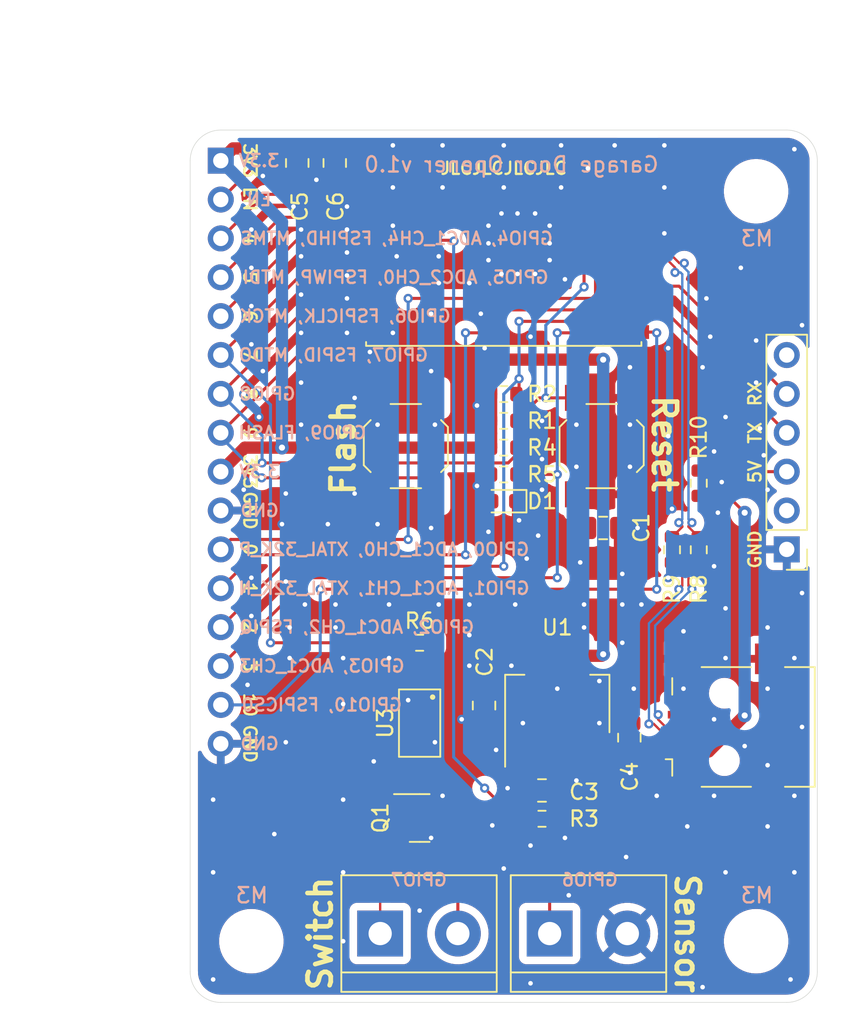
<source format=kicad_pcb>
(kicad_pcb (version 20211014) (generator pcbnew)
  (title_block (rev "1"))
  (layers (0 "F.Cu" signal "Front") (31 "B.Cu" signal "Back") (34 "B.Paste" user) (35 "F.Paste" user) (36 "B.SilkS" user "B.Silkscreen") (37 "F.SilkS" user "F.Silkscreen") (38 "B.Mask" user) (39 "F.Mask" user) (44 "Edge.Cuts" user))
  (net 0 "")
  (net 1 "RESET")
  (net 2 "GND")
  (net 3 "+3.3V")
  (net 4 "+5V")
  (net 5 "Net-(D1-Pad2)")
  (net 7 "DOOR_POSITION")
  (net 9 "Net-(J3-Pad3)")
  (net 10 "UART0_RX")
  (net 11 "UART0_TX")
  (net 13 "GPIO4")
  (net 14 "GPIO5")
  (net 15 "SWITCH_CTRL")
  (net 16 "GPIO8")
  (net 17 "FLASH")
  (net 18 "GPIO0")
  (net 19 "GPIO1")
  (net 20 "GPIO2")
  (net 21 "GPIO10")
  (net 22 "Net-(Q1-Pad1)")
  (net 23 "Net-(R6-Pad2)")
  (net 24 "DOOR_SWITCH-")
  (net 25 "DOOR_SWITCH+")
  (net 26 "USB_P")
  (net 27 "USB_N")
  (net 28 "/D_P")
  (net 29 "/D_N")
  (net 30 "STATUS_LED")
  (footprint "Capacitor_SMD:C_0805_2012Metric" (layer "F.Cu") (at 113 93.15 180)
    (fp_text reference "C3")
    (fp_text value "1u")
  )
  (footprint "TerminalBlock:TerminalBlock_bornier-2_P5.08mm" (layer "F.Cu") (at 102.42 102.5)
    (fp_text reference "J6" hide)
    (fp_text value "Door Switch")
  )
  (footprint "Connector_USB:USB_Mini-B_Lumberg_2486_01_Horizontal" (layer "F.Cu") (at 124.925 89 90)
    (fp_text reference "J1" hide)
    (fp_text value "USB_B_Mini")
  )
  (footprint "Capacitor_SMD:C_0805_2012Metric" (layer "F.Cu") (at 117 76)
    (fp_text reference "C1")
    (fp_text value "1u")
  )
  (footprint "Resistor_SMD:R_0603_1608Metric" (layer "F.Cu") (at 121.5 77.425 90)
    (fp_text reference "R9")
    (fp_text value "0")
  )
  (footprint "Resistor_SMD:R_0603_1608Metric" (layer "F.Cu") (at 123.25 77.425 90)
    (fp_text reference "R8")
    (fp_text value "0")
  )
  (footprint "Resistor_SMD:R_0603_1608Metric" (layer "F.Cu") (at 110.5 72.5)
    (fp_text reference "R5")
    (fp_text value "220")
  )
  (footprint "Resistor_SMD:R_0603_1608Metric" (layer "F.Cu") (at 110.5 67.25)
    (fp_text reference "R2")
    (fp_text value "10k")
  )
  (footprint "Button_Switch_SMD:SW_SPST_TL3342" (layer "F.Cu") (at 116.9 70.65 -90)
    (fp_text reference "SW1" hide)
    (fp_text value "RESET")
  )
  (footprint "LED_SMD:LED_0603_1608Metric" (layer "F.Cu") (at 110.5 74.25 180)
    (fp_text reference "D1")
    (fp_text value "Status LED")
  )
  (footprint "TerminalBlock:TerminalBlock_bornier-2_P5.08mm" (layer "F.Cu") (at 113.5 102.5)
    (fp_text reference "J2" hide)
    (fp_text value "Door Sensor")
  )
  (footprint "Package_TO_SOT_SMD:SOT-23" (layer "F.Cu") (at 105 94.95)
    (fp_text reference "Q1")
    (fp_text value "Q_NPN_BEC")
  )
  (footprint "Espressif:ESP32-C3-WROOM-02" (layer "F.Cu") (at 110.5 57.1)
    (fp_text reference "U2" hide)
    (fp_text value "ESP32-C3-WROOM-02")
  )
  (footprint "Capacitor_SMD:C_0805_2012Metric" (layer "F.Cu") (at 118.712 89.7 90)
    (fp_text reference "C4")
    (fp_text value "10u")
  )
  (footprint "Resistor_SMD:R_0603_1608Metric" (layer "F.Cu") (at 105 83.5)
    (fp_text reference "R6")
    (fp_text value "220")
  )
  (footprint "Capacitor_SMD:C_0805_2012Metric" (layer "F.Cu") (at 109.212 87.6 -90)
    (fp_text reference "C2")
    (fp_text value "10u")
  )
  (footprint "Capacitor_SMD:C_0805_2012Metric" (layer "F.Cu") (at 99.451 52.15 -90)
    (fp_text reference "C6")
    (fp_text value "1u")
  )
  (footprint "MountingHole:MountingHole_3.2mm_M3" (layer "F.Cu") (at 127 54)
    (fp_text reference "H3" hide)
    (fp_text value "MountingHole")
  )
  (footprint "Optoisolator:EL3H7" (layer "F.Cu") (at 105 88.75 180)
    (fp_text reference "U3")
    (fp_text value "EL817")
  )
  (footprint "MountingHole:MountingHole_3.2mm_M3" (layer "F.Cu") (at 94 103)
    (fp_text reference "H2" hide)
    (fp_text value "MountingHole")
  )
  (footprint "Resistor_SMD:R_0603_1608Metric" (layer "F.Cu") (at 110.5 69)
    (fp_text reference "R1")
    (fp_text value "10k")
  )
  (footprint "Capacitor_SMD:C_0805_2012Metric" (layer "F.Cu") (at 97 52.15 -90)
    (fp_text reference "C5")
    (fp_text value "10u")
  )
  (footprint "Resistor_SMD:R_0603_1608Metric" (layer "F.Cu") (at 123.25 73.075 90)
    (fp_text reference "R10")
    (fp_text value "0")
  )
  (footprint "Button_Switch_SMD:SW_SPST_TL3342" (layer "F.Cu") (at 104.1 70.65 90)
    (fp_text reference "SW2" hide)
    (fp_text value "FLASH")
  )
  (footprint "Package_TO_SOT_SMD:SOT-223-3_TabPin2" (layer "F.Cu") (at 114 87.5 90)
    (fp_text reference "U1")
    (fp_text value "AMS1117-3.3")
  )
  (footprint "Resistor_SMD:R_0603_1608Metric" (layer "F.Cu") (at 113 95 180)
    (fp_text reference "R3")
    (fp_text value "10k")
  )
  (footprint "Connector_PinHeader_2.54mm:PinHeader_1x06_P2.54mm_Vertical" (layer "F.Cu") (at 129 77.4 180)
    (fp_text reference "J3" hide)
    (fp_text value "FTDI")
  )
  (footprint "MountingHole:MountingHole_3.2mm_M3" (layer "F.Cu") (at 127 103)
    (fp_text reference "H1" hide)
    (fp_text value "MountingHole")
  )
  (footprint "Connector_PinHeader_2.54mm:PinHeader_1x16_P2.54mm_Vertical" (layer "F.Cu") (at 92 52)
    (fp_text reference "J4" hide)
    (fp_text value "Conn_01x16")
  )
  (footprint "Resistor_SMD:R_0603_1608Metric" (layer "F.Cu") (at 110.5 70.75)
    (fp_text reference "R4")
    (fp_text value "10k")
  )
  (gr_arc (start 129 50) (mid 130.414214 50.585786) (end 131 52) (layer "Edge.Cuts") (width 0.0381))
  (gr_line (start 90 105) (end 90 52) (layer "Edge.Cuts") (width 0.0381))
  (gr_line (start 92 50) (end 129 50) (layer "Edge.Cuts") (width 0.0381))
  (gr_line (start 131 52) (end 131 105) (layer "Edge.Cuts") (width 0.0381))
  (gr_line (start 129 107) (end 92 107) (layer "Edge.Cuts") (width 0.0381))
  (gr_arc (start 90 52) (mid 90.585786 50.585786) (end 92 50) (layer "Edge.Cuts") (width 0.0381))
  (gr_arc (start 92 107) (mid 90.585786 106.414214) (end 90 105) (layer "Edge.Cuts") (width 0.0381))
  (gr_arc (start 131 105) (mid 130.414214 106.414214) (end 129 107) (layer "Edge.Cuts") (width 0.0381))
  (gr_text "GPIO6, FSPICLK, MTCK" (at 100.128 62.16) (layer "B.SilkS") (effects (font (size 0.8128 0.8128) (thickness 0.1524)) (justify mirror)))
  (gr_text "EN" (at 94.5 54.54) (layer "B.SilkS") (effects (font (size 0.8128 0.8128) (thickness 0.1524)) (justify mirror)))
  (gr_text "GPIO0, ADC1_CH0, XTAL_32K_P" (at 102.668 77.4) (layer "B.SilkS") (effects (font (size 0.8128 0.8128) (thickness 0.1524)) (justify mirror)))
  (gr_text "Garage Door Opener v1.0" (at 111 52.254) (layer "B.SilkS") (effects (font (size 1 1) (thickness 0.1524)) (justify mirror)))
  (gr_text "GPIO7" (at 104.954 98.99) (layer "B.SilkS") (effects (font (size 0.8128 0.8128) (thickness 0.1524)) (justify mirror)))
  (gr_text "GPIO9, FLASH" (at 97.334 69.78) (layer "B.SilkS") (effects (font (size 0.8128 0.8128) (thickness 0.1524)) (justify mirror)))
  (gr_text "GND" (at 94.54 90.1) (layer "B.SilkS") (effects (font (size 0.8128 0.8128) (thickness 0.1524)) (justify mirror)))
  (gr_text "GPIO2, ADC1_CH2, FSPIQ" (at 100.89 82.48) (layer "B.SilkS") (effects (font (size 0.8128 0.8128) (thickness 0.1524)) (justify mirror)))
  (gr_text "GPIO10, FSPICS0" (at 98.604 87.56) (layer "B.SilkS") (effects (font (size 0.8128 0.8128) (thickness 0.1524)) (justify mirror)))
  (gr_text "GPIO4, ADC1_CH4, FSPIHD, MTMS" (at 103.5 57.08) (layer "B.SilkS") (effects (font (size 0.8128 0.8128) (thickness 0.1524)) (justify mirror)))
  (gr_text "3.3V" (at 94.54 72.32) (layer "B.SilkS") (effects (font (size 0.8128 0.8128) (thickness 0.1524)) (justify mirror)))
  (gr_text "GPIO1, ADC1_CH1, XTAL_32K_N" (at 102.668 79.94) (layer "B.SilkS") (effects (font (size 0.8128 0.8128) (thickness 0.1524)) (justify mirror)))
  (gr_text "GPIO5, ADC2_CH0, FSPIWP, MTDI" (at 103.43 59.62) (layer "B.SilkS") (effects (font (size 0.8128 0.8128) (thickness 0.1524)) (justify mirror)))
  (gr_text "GND" (at 94.54 74.86) (layer "B.SilkS") (effects (font (size 0.8128 0.8128) (thickness 0.1524)) (justify mirror)))
  (gr_text "GPIO7, FSPID, MTDO" (at 99.366 64.7) (layer "B.SilkS") (effects (font (size 0.8128 0.8128) (thickness 0.1524)) (justify mirror)))
  (gr_text "GPIO6" (at 116.13 98.99) (layer "B.SilkS") (effects (font (size 0.8128 0.8128) (thickness 0.1524)) (justify mirror)))
  (gr_text "GPIO3, ADC1_CH3" (at 98.604 85.02) (layer "B.SilkS") (effects (font (size 0.8128 0.8128) (thickness 0.1524)) (justify mirror)))
  (gr_text "M3" (at 94.032 100.006) (layer "B.SilkS") (effects (font (size 1 1) (thickness 0.1524)) (justify mirror)))
  (gr_text "GPIO8" (at 95.048 67.24) (layer "B.SilkS") (effects (font (size 0.8128 0.8128) (thickness 0.1524)) (justify mirror)))
  (gr_text "3.3V" (at 94.5 52) (layer "B.SilkS") (effects (font (size 0.8128 0.8128) (thickness 0.1524)) (justify mirror)))
  (gr_text "M3" (at 127.052 57.08) (layer "B.SilkS") (effects (font (size 1 1) (thickness 0.1524)) (justify mirror)))
  (gr_text "M3" (at 127.052 100.006) (layer "B.SilkS") (effects (font (size 1 1) (thickness 0.1524)) (justify mirror)))
  (gr_text "7" (at 93.905 64.7 -90) (layer "F.SilkS") (effects (font (size 0.8128 0.8128) (thickness 0.1524))))
  (gr_text "5V" (at 126.925 72.32 90) (layer "F.SilkS") (effects (font (size 0.8128 0.8128) (thickness 0.1524))))
  (gr_text "TX" (at 126.925 69.78 90) (layer "F.SilkS") (effects (font (size 0.8128 0.8128) (thickness 0.1524))))
  (gr_text "1" (at 93.905 79.94 -90) (layer "F.SilkS") (effects (font (size 0.8128 0.8128) (thickness 0.1524))))
  (gr_text "RX" (at 126.925 67.24 90) (layer "F.SilkS") (effects (font (size 0.8128 0.8128) (thickness 0.1524))))
  (gr_text "Flash" (at 100 70.75 90) (layer "F.SilkS") (effects (font (size 1.524 1.524) (thickness 0.3048))))
  (gr_text "5" (at 93.905 59.62 270) (layer "F.SilkS") (effects (font (size 0.8128 0.8128) (thickness 0.1524))))
  (gr_text "6" (at 93.905 62.16 -90) (layer "F.SilkS") (effects (font (size 0.8128 0.8128) (thickness 0.1524))))
  (gr_text "4" (at 93.905 57.08 270) (layer "F.SilkS") (effects (font (size 0.8128 0.8128) (thickness 0.1524))))
  (gr_text "3V3" (at 93.905 52 270) (layer "F.SilkS") (effects (font (size 0.8128 0.8128) (thickness 0.1524))))
  (gr_text "GND" (at 93.905 90.1 -90) (layer "F.SilkS") (effects (font (size 0.8128 0.8128) (thickness 0.1524))))
  (gr_text "8" (at 93.905 67.24 -90) (layer "F.SilkS") (effects (font (size 0.8128 0.8128) (thickness 0.1524))))
  (gr_text "Switch" (at 98.5 102.5 90) (layer "F.SilkS") (effects (font (size 1.524 1.524) (thickness 0.3048))))
  (gr_text "JLCJLCJLCJLC" (at 110.5 52.5) (layer "F.SilkS") (effects (font (size 0.8 0.8))))
  (gr_text "3V3" (at 93.905 72.32 -90) (layer "F.SilkS") (effects (font (size 0.8128 0.8128) (thickness 0.1524))))
  (gr_text "GND" (at 93.905 74.86 -90) (layer "F.SilkS") (effects (font (size 0.8128 0.8128) (thickness 0.1524))))
  (gr_text "Reset" (at 121 70.5 270) (layer "F.SilkS") (effects (font (size 1.524 1.524) (thickness 0.3048))))
  (gr_text "9" (at 93.905 69.78 -90) (layer "F.SilkS") (effects (font (size 0.8128 0.8128) (thickness 0.1524))))
  (gr_text "10" (at 93.905 87.56 -90) (layer "F.SilkS") (effects (font (size 0.8128 0.8128) (thickness 0.1524))))
  (gr_text "3" (at 93.905 85.02 -90) (layer "F.SilkS") (effects (font (size 0.8128 0.8128) (thickness 0.1524))))
  (gr_text "EN" (at 93.905 54.5 270) (layer "F.SilkS") (effects (font (size 0.8128 0.8128) (thickness 0.1524))))
  (gr_text "2" (at 93.905 82.48 -90) (layer "F.SilkS") (effects (font (size 0.8128 0.8128) (thickness 0.1524))))
  (gr_text "Sensor" (at 122.5 102.5 270) (layer "F.SilkS") (effects (font (size 1.524 1.524) (thickness 0.3048))))
  (gr_text "0" (at 93.905 77.4 -90) (layer "F.SilkS") (effects (font (size 0.8128 0.8128) (thickness 0.1524))))
  (gr_text "GND" (at 126.925 77.4 90) (layer "F.SilkS") (effects (font (size 0.8128 0.8128) (thickness 0.1524))))
  (segment (start 115 67.5) (end 113.25 67.5) (width 0.2) (layer "F.Cu") (net 1))
  (segment (start 112.825 67.5) (end 113.25 67.5) (width 0.2) (layer "F.Cu") (net 1))
  (segment (start 94.267 52.273) (end 92 54.54) (width 0.2) (layer "F.Cu") (net 1))
  (segment (start 101.75 52.7) (end 114.7 52.7) (width 0.2) (layer "F.Cu") (net 1))
  (segment (start 114.7 52.7) (end 115.750002 53.750002) (width 0.2) (layer "F.Cu") (net 1))
  (segment (start 101.408 52.273) (end 94.267 52.273) (width 0.2) (layer "F.Cu") (net 1))
  (segment (start 115 74.95) (end 116.05 76) (width 0.2) (layer "F.Cu") (net 1))
  (segment (start 111.325 69) (end 112.825 67.5) (width 0.2) (layer "F.Cu") (net 1))
  (segment (start 101.835 52.7) (end 101.408 52.273) (width 0.2) (layer "F.Cu") (net 1))
  (segment (start 115.750002 53.750002) (end 115.750002 60.25) (width 0.2) (layer "F.Cu") (net 1))
  (segment (start 115 73.8) (end 115 74.95) (width 0.2) (layer "F.Cu") (net 1))
  (via (at 115.750002 60.25) (size 0.6) (drill 0.3) (layers "F.Cu" "B.Cu") (net 1))
  (via (at 113.25 67.5) (size 0.6) (drill 0.3) (layers "F.Cu" "B.Cu") (net 1))
  (segment (start 115.750002 60.25) (end 113.25 62.750002) (width 0.2) (layer "B.Cu") (net 1))
  (segment (start 113.25 62.750002) (end 113.25 67.5) (width 0.2) (layer "B.Cu") (net 1))
  (segment (start 111.7 90.65) (end 111.7 92.8) (width 0.8) (layer "F.Cu") (net 2))
  (segment (start 111.7 92.8) (end 112.05 93.15) (width 0.8) (layer "F.Cu") (net 2))
  (via (at 112 78) (size 0.6) (drill 0.3) (layers "F.Cu" "B.Cu") (net 2))
  (via (at 110.35 55.45) (size 0.6) (drill 0.3) (layers "F.Cu" "B.Cu") (net 2))
  (via (at 127.75 91.5) (size 0.6) (drill 0.3) (layers "F.Cu" "B.Cu") (net 2))
  (via (at 106 69.25) (size 0.6) (drill 0.3) (layers "F.Cu" "B.Cu") (net 2))
  (via (at 108.25 60) (size 0.6) (drill 0.3) (layers "F.Cu" "B.Cu") (net 2))
  (via (at 124.25 93.5) (size 0.6) (drill 0.3) (layers "F.Cu" "B.Cu") (net 2))
  (via (at 106.25 60) (size 0.6) (drill 0.3) (layers "F.Cu" "B.Cu") (net 2))
  (via (at 103.25 56.25) (size 0.6) (drill 0.3) (layers "F.Cu" "B.Cu") (net 2))
  (via (at 113.5 58.5) (size 0.6) (drill 0.3) (layers "F.Cu" "B.Cu") (net 2))
  (via (at 125 81.25) (size 0.6) (drill 0.3) (layers "F.Cu" "B.Cu") (net 2))
  (via (at 97.25 63.25) (size 0.6) (drill 0.3) (layers "F.Cu" "B.Cu") (net 2))
  (via (at 93.5 73.5) (size 0.6) (drill 0.3) (layers "F.Cu" "B.Cu") (net 2))
  (via (at 118.75 65.5) (size 0.6) (drill 0.3) (layers "F.Cu" "B.Cu") (net 2))
  (via (at 100.75 67.5) (size 0.6) (drill 0.3) (layers "F.Cu" "B.Cu") (net 2))
  (via (at 125 98.5) (size 0.6) (drill 0.3) (layers "F.Cu" "B.Cu") (net 2))
  (via (at 111.4 59.4) (size 0.6) (drill 0.3) (layers "F.Cu" "B.Cu") (net 2))
  (via (at 109 62) (size 0.6) (drill 0.3) (layers "F.Cu" "B.Cu") (net 2))
  (via (at 111 85) (size 0.6) (drill 0.3) (layers "F.Cu" "B.Cu") (net 2))
  (via (at 111.75 88.75) (size 0.6) (drill 0.3) (layers "F.Cu" "B.Cu") (net 2))
  (via (at 121 56.75) (size 0.6) (drill 0.3) (layers "F.Cu" "B.Cu") (net 2))
  (via (at 114 86.5) (size 0.6) (drill 0.3) (layers "F.Cu" "B.Cu") (net 2))
  (via (at 122.5 95.5) (size 0.6) (drill 0.3) (layers "F.Cu" "B.Cu") (net 2))
  (via (at 103 81) (size 0.6) (drill 0.3) (layers "F.Cu" "B.Cu") (net 2))
  (via (at 94 56.5) (size 0.6) (drill 0.3) (layers "F.Cu" "B.Cu") (net 2))
  (via (at 96.25 73.75) (size 0.6) (drill 0.3) (layers "F.Cu" "B.Cu") (net 2))
  (via (at 130 62.75) (size 0.6) (drill 0.3) (layers "F.Cu" "B.Cu") (net 2))
  (via (at 105.75 65.75) (size 0.6) (drill 0.3) (layers "F.Cu" "B.Cu") (net 2))
  (via (at 94.75 65.75) (size 0.6) (drill 0.3) (layers "F.Cu" "B.Cu") (net 2))
  (via (at 125 84.5) (size 0.6) (drill 0.3) (layers "F.Cu" "B.Cu") (net 2))
  (via (at 110.5 53.75) (size 0.6) (drill 0.3) (layers "F.Cu" "B.Cu") (net 2))
  (via (at 112.55 59.4) (size 0.6) (drill 0.3) (layers "F.Cu" "B.Cu") (net 2))
  (via (at 112.55 55.45) (size 0.6) (drill 0.3) (layers "F.Cu" "B.Cu") (net 2))
  (via (at 102.25 75.75) (size 0.6) (drill 0.3) (layers "F.Cu" "B.Cu") (net 2))
  (via (at 124.25 78.5) (size 0.6) (drill 0.3) (layers "F.Cu" "B.Cu") (net 2))
  (via (at 112.25 96.75) (size 0.6) (drill 0.3) (layers "F.Cu" "B.Cu") (net 2))
  (via (at 115.25 72) (size 0.6) (drill 0.3) (layers "F.Cu" "B.Cu") (net 2))
  (via (at 121 53.75) (size 0.6) (drill 0.3) (layers "F.Cu" "B.Cu") (net 2))
  (via (at 103.25 53.75) (size 0.6) (drill 0.3) (layers "F.Cu" "B.Cu") (net 2))
  (via (at 96 75.75) (size 0.6) (drill 0.3) (layers "F.Cu" "B.Cu") (net 2))
  (via (at 121.25 70) (size 0.6) (drill 0.3) (layers "F.Cu" "B.Cu") (net 2))
  (via (at 121 51) (size 0.6) (drill 0.3) (layers "F.Cu" "B.Cu") (net 2))
  (via (at 101.75 64.5) (size 0.6) (drill 0.3) (layers "F.Cu" "B.Cu") (net 2))
  (via (at 125 68.75) (size 0.6) (drill 0.3) (layers "F.Cu" "B.Cu") (net 2))
  (via (at 119 86.5) (size 0.6) (drill 0.3) (layers "F.Cu" "B.Cu") (net 2))
  (via (at 130 80.25) (size 0.6) (drill 0.3) (layers "F.Cu" "B.Cu") (net 2))
  (via (at 109.5 76.25) (size 0.6) (drill 0.3) (layers "F.Cu" "B.Cu") (net 2))
  (via (at 100 98.5) (size 0.6) (drill 0.3) (layers "F.Cu" "B.Cu") (net 2))
  (via (at 110.5 98.25) (size 0.6) (drill 0.3) (layers "F.Cu" "B.Cu") (net 2))
  (via (at 113.5 56.25) (size 0.6) (drill 0.3) (layers "F.Cu" "B.Cu") (net 2))
  (via (at 109.75 95.434) (size 0.6) (drill 0.3) (layers "F.Cu" "B.Cu") (net 2))
  (via (at 93.75 86.25) (size 0.6) (drill 0.3) (layers "F.Cu" "B.Cu") (net 2))
  (via (at 113 69) (size 0.6) (drill 0.3) (layers "F.Cu" "B.Cu") (net 2))
  (via (at 111.5 75.5) (size 0.6) (drill 0.3) (layers "F.Cu" "B.Cu") (net 2))
  (via (at 118.25 81) (size 0.6) (drill 0.3) (layers "F.Cu" "B.Cu") (net 2))
  (via (at 96.25 90) (size 0.6) (drill 0.3) (layers "F.Cu" "B.Cu") (net 2))
  (via (at 109.25 64.25) (size 0.6) (drill 0.3) (layers "F.Cu" "B.Cu") (net 2))
  (via (at 100 84.5) (size 0.6) (drill 0.3) (layers "F.Cu" "B.Cu") (net 2))
  (via (at 97.25 58.25) (size 0.6) (drill 0.3) (layers "F.Cu" "B.Cu") (net 2))
  (via (at 100.25 55) (size 0.6) (drill 0.3) (layers "F.Cu" "B.Cu") (net 2))
  (via (at 105.75 96.25) (size 0.6) (drill 0.3) (layers "F.Cu" "B.Cu") (net 2))
  (via (at 127.75 73.5) (size 0.6) (drill 0.3) (layers "F.Cu" "B.Cu") (net 2))
  (via (at 124.5 75) (size 0.6) (drill 0.3) (layers "F.Cu" "B.Cu") (net 2))
  (via (at 106.25 81) (size 0.6) (drill 0.3) (layers "F.Cu" "B.Cu") (net 2))
  (via (at 112.25 105.75) (size 0.6) (drill 0.3) (layers "F.Cu" "B.Cu") (net 2))
  (via (at 127.75 95.5) (size 0.6) (drill 0.3) (layers "F.Cu" "B.Cu") (net 2))
  (via (at 117.75 51) (size 0.6) (drill 0.3) (layers "F.Cu" "B.Cu") (net 2))
  (via (at 94.5 68.75) (size 0.6) (drill 0.3) (layers "F.Cu" "B.Cu") (net 2))
  (via (at 108.75 68) (size 0.6) (drill 0.3) (layers "F.Cu" "B.Cu") (net 2))
  (via (at 121.25 64.25) (size 0.6) (drill 0.3) (layers "F.Cu" "B.Cu") (net 2))
  (via (at 91.5 98.5) (size 0.6) (drill 0.3) (layers "F.Cu" "B.Cu") (net 2))
  (via (at 106.5 53.75) (size 0.6) (drill 0.3) (layers "F.Cu" "B.Cu") (net 2))
  (via (at 123.5 106) (size 0.6) (drill 0.3) (layers "F.Cu" "B.Cu") (net 2))
  (via (at 103 84.5) (size 0.6) (drill 0.3) (layers "F.Cu" "B.Cu") (net 2))
  (via (at 115.5 78.25) (size 0.6) (drill 0.3) (layers "F.Cu" "B.Cu") (net 2))
  (via (at 124.25 71) (size 0.6) (drill 0.3) (layers "F.Cu" "B.Cu") (net 2))
  (via (at 105 101) (size 0.6) (drill 0.3) (layers "F.Cu" "B.Cu") (net 2))
  (via (at 106.5 51) (size 0.6) (drill 0.3) (layers "F.Cu" "B.Cu") (net 2))
  (via (at 100.75 73.75) (size 0.6) (drill 0.3) (layers "F.Cu" "B.Cu") (net 2))
  (via (at 109.5 58.5) (size 0.6) (drill 0.3) (layers "F.Cu" "B.Cu") (net 2))
  (via (at 100 87.5) (size 0.6) (drill 0.3) (layers "F.Cu" "B.Cu") (net 2))
  (via (at 116 52.5) (size 0.6) (drill 0.3) (layers "F.Cu" "B.Cu") (net 2))
  (via (at 96.25 79.5) (size 0.6) (drill 0.3) (layers "F.Cu" "B.Cu") (net 2))
  (via (at 96.5 82.5) (size 0.6) (drill 0.3) (layers "F.Cu" "B.Cu") (net 2))
  (via (at 93.5 67.25) (size 0.6) (drill 0.3) (layers "F.Cu" "B.Cu") (net 2))
  (via (at 97.25 60.75) (size 0.6) (drill 0.3) (layers "F.Cu" "B.Cu") (net 2))
  (via (at 100.25 61) (size 0.6) (drill 0.3) (layers "F.Cu" "B.Cu") (net 2))
  (via (at 103.5 58.25) (size 0.6) (drill 0.3) (layers "F.Cu" "B.Cu") (net 2))
  (via (at 100.25 63.25) (size 0.6) (drill 0.3) (layers "F.Cu" "B.Cu") (net 2))
  (via (at 103.25 51) (size 0.6) (drill 0.3) (layers "F.Cu" "B.Cu") (net 2))
  (via (at 109.5 57.4) (size 0.6) (drill 0.3) (layers "F.Cu" "B.Cu") (net 2))
  (via (at 115.25 92.5) (size 0.6) (drill 0.3) (layers "F.Cu" "B.Cu") (net 2))
  (via (at 118.25 79) (size 0.6) (drill 0.3) (layers "F.Cu" "B.Cu") (net 2))
  (via (at 94 79.25) (size 0.6) (drill 0.3) (layers "F.Cu" "B.Cu") (net 2))
  (via (at 122.25 86.5) (size 0.6) (drill 0.3) (layers "F.Cu" "B.Cu") (net 2))
  (via (at 111.25 81) (size 0.6) (drill 0.3) (layers "F.Cu" "B.Cu") (net 2))
  (via (at 119.5 81) (size 0.6) (drill 0.3) (layers "F.Cu" "B.Cu") (net 2))
  (via (at 115.25 69.25) (size 0.6) (drill 0.3) (layers "F.Cu" "B.Cu") (net 2))
  (via (at 120.5 93.5) (size 0.6) (drill 0.3) (layers "F.Cu" "B.Cu") (net 2))
  (via (at 106.5 93.5) (size 0.6) (drill 0.3) (layers "F.Cu" "B.Cu") (net 2))
  (via (at 94 64) (size 0.6) (drill 0.3) (layers "F.Cu" "B.Cu") (net 2))
  (via (at 127.25 69.5) (size 0.6) (drill 0.3) (layers "F.Cu" "B.Cu") (net 2))
  (via (at 96.75 55) (size 0.6) (drill 0.3) (layers "F.Cu" "B.Cu") (net 2))
  (via (at 129.25 105.5) (size 0.6) (drill 0.3) (layers "F.Cu" "B.Cu") (net 2))
  (via (at 107.75 88.5) (size 0.6) (drill 0.3) (layers "F.Cu" "B.Cu") (net 2))
  (via (at 129.5 93.5) (size 0.6) (drill 0.3) (layers "F.Cu" "B.Cu") (net 2))
  (via (at 115.75 81) (size 0.6) (drill 0.3) (layers "F.Cu" "B.Cu") (net 2))
  (via (at 108.25 81) (size 0.6) (drill 0.3) (layers "F.Cu" "B.Cu") (net 2))
  (via (at 106 90) (size 0.6) (drill 0.3) (layers "F.Cu" "B.Cu") (net 2))
  (via (at 124.75 73) (size 0.6) (drill 0.3) (layers "F.Cu" "B.Cu") (net 2))
  (via (at 123.75 61) (size 0.6) (drill 0.3) (layers "F.Cu" "B.Cu") (net 2))
  (via (at 113 73.5) (size 0.6) (drill 0.3) (layers "F.Cu" "B.Cu") (net 2))
  (via (at 94 81.75) (size 0.6) (drill 0.3) (layers "F.Cu" "B.Cu") (net 2))
  (via (at 112.25 63.5) (size 0.6) (drill 0.3) (layers "F.Cu" "B.Cu") (net 2))
  (via (at 114.25 53.75) (size 0.6) (drill 0.3) (layers "F.Cu" "B.Cu") (net 2))
  (via (at 99.5 82.5) (size 0.6) (drill 0.3) (layers "F.Cu" "B.Cu") (net 2))
  (via (at 110.35 59.4) (size 0.6) (drill 0.3) (layers "F.Cu" "B.Cu") (net 2))
  (via (at 111.4 55.45) (size 0.6) (drill 0.3) (layers "F.Cu" "B.Cu") (net 2))
  (via (at 94 61.5) (size 0.6) (drill 0.3) (layers "F.Cu" "B.Cu") (net 2))
  (via (at 113 71.5) (size 0.6) (drill 0.3) (layers "F.Cu" "B.Cu") (net 2))
  (via (at 100 93.75) (size 0.6) (drill 0.3) (layers "F.Cu" "B.Cu") (net 2))
  (via (at 104.25 87.25) (size 0.6) (drill 0.3) (layers "F.Cu" "B.Cu") (net 2))
  (via (at 109.5 56.25) (size 0.6) (drill 0.3) (layers "F.Cu" "B.Cu") (net 2))
  (via (at 105.75 76) (size 0.6) (drill 0.3) (layers "F.Cu" "B.Cu") (net 2))
  (via (at 108.25 83) (size 0.6) (drill 0.3) (layers "F.Cu" "B.Cu") (net 2))
  (via (at 112.75 76.5) (size 0.6) (drill 0.3) (layers "F.Cu" "B.Cu") (net 2))
  (via (at 114.5 96.25) (size 0.6) (drill 0.3) (layers "F.Cu" "B.Cu") (net 2))
  (via (at 97.25 69.25) (size 0.6) (drill 0.3) (layers "F.Cu" "B.Cu") (net 2))
  (via (at 108.75 73.25) (size 0.6) (drill 0.3) (layers "F.Cu" "B.Cu") (net 2))
  (via (at 100.25 56.5) (size 0.6) (drill 0.3) (layers "F.Cu" "B.Cu") (net 2))
  (via (at 127.75 86.5) (size 0.6) (drill 0.3) (layers "F.Cu" "B.Cu") (net 2))
  (via (at 127.75 82.5) (size 0.6) (drill 0.3) (layers "F.Cu" "B.Cu") (net 2))
  (via (at 98.25 53.25) (size 0.6) (drill 0.3) (layers "F.Cu" "B.Cu") (net 2))
  (via (at 100.25 58) (size 0.6) (drill 0.3) (layers "F.Cu" "B.Cu") (net 2))
  (via (at 126.25 90.25) (size 0.6) (drill 0.3) (layers "F.Cu" "B.Cu") (net 2))
  (via (at 97.25 56.5) (size 0.6) (drill 0.3) (layers "F.Cu" "B.Cu") (net 2))
  (via (at 118.25 83.5) (size 0.6) (drill 0.3) (layers "F.Cu" "B.Cu") (net 2))
  (via (at 91.5 105.5) (size 0.6) (drill 0.3) (layers "F.Cu" "B.Cu") (net 2))
  (via (at 114.5 59.75) (size 0.6) (drill 0.3) (layers "F.Cu" "B.Cu") (net 2))
  (via (at 118.75 72) (size 0.6) (drill 0.3) (layers "F.Cu" "B.Cu") (net 2))
  (via (at 103.25 63.25) (size 0.6) (drill 0.3) (layers "F.Cu" "B.Cu") (net 2))
  (via (at 116.75 88.75) (size 0.6) (drill 0.3) (layers "F.Cu" "B.Cu") (net 2))
  (via (at 95.5 96) (size 0.6) (drill 0.3) (layers "F.Cu" "B.Cu") (net 2))
  (via (at 123.5 65.5) (size 0.6) (drill 0.3) (layers "F.Cu" "B.Cu") (net 2))
  (via (at 97.5 81) (size 0.6) (drill 0.3) (layers "F.Cu" "B.Cu") (net 2))
  (via (at 102 91.25) (size 0.6) (drill 0.3) (layers "F.Cu" "B.Cu") (net 2))
  (via (at 97.25 66.5) (size 0.6) (drill 0.3) (layers "F.Cu" "B.Cu") (net 2))
  (via (at 114.25 51) (size 0.6) (drill 0.3) (layers "F.Cu" "B.Cu") (net 2))
  (via (at 105.75 62) (size 0.6) (drill 0.3) (layers "F.Cu" "B.Cu") (net 2))
  (via (at 106.25 58.25) (size 0.6) (drill 0.3) (layers "F.Cu" "B.Cu") (net 2))
  (via (at 121.5 74.75) (size 0.6) (drill 0.3) (layers "F.Cu" "B.Cu") (net 2))
  (via (at 100 103) (size 0.6) (drill 0.3) (layers "F.Cu" "B.Cu") (net 2))
  (via (at 129.5 98.5) (size 0.6) (drill 0.3) (layers "F.Cu" "B.Cu") (net 2))
  (via (at 110.75 93) (size 0.6) (drill 0.3) (layers "F.Cu" "B.Cu") (net 2))
  (via (at 113.5 57.4) (size 0.6) (drill 0.3) (layers "F.Cu" "B.Cu") (net 2))
  (via (at 115.75 82.5) (size 0.6) (drill 0.3) (layers "F.Cu" "B.Cu") (net 2))
  (via (at 114.75 100) (size 0.6) (drill 0.3) (layers "F.Cu" "B.Cu") (net 2))
  (via (at 124 63.5) (size 0.6) (drill 0.3) (layers "F.Cu" "B.Cu") (net 2))
  (via (at 110.5 51) (size 0.6) (drill 0.3) (layers "F.Cu" "B.Cu") (net 2))
  (via (at 118.75 69.25) (size 0.6) (drill 0.3) (layers "F.Cu" "B.Cu") (net 2))
  (via (at 124.25 88.5) (size 0.6) (drill 0.3) (layers "F.Cu" "B.Cu") (net 2))
  (via (at 121.25 79.25) (size 0.6) (drill 0.3) (layers "F.Cu" "B.Cu") (net 2))
  (via (at 96.5 84.5) (size 0.6) (drill 0.3) (layers "F.Cu" "B.Cu") (net 2))
  (via (at 116.75 86) (size 0.6) (drill 0.3) (layers "F.Cu" "B.Cu") (net 2))
  (via (at 127.5 71.25) (size 0.6) (drill 0.3) (layers "F.Cu" "B.Cu") (net 2))
  (via (at 127 63.75) (size 0.6) (drill 0.3) (layers "F.Cu" "B.Cu") (net 2))
  (via (at 110 90.5) (size 0.6) (drill 0.3) (layers "F.Cu" "B.Cu") (net 2))
  (via (at 127 66.5) (size 0.6) (drill 0.3) (layers "F.Cu" "B.Cu") (net 2))
  (via (at 108.25 85) (size 0.6) (drill 0.3) (layers "F.Cu" "B.Cu") (net 2))
  (via (at 91.5 93.75) (size 0.6) (drill 0.3) (layers "F.Cu" "B.Cu") (net 2))
  (via (at 94.75 53) (size 0.6) (drill 0.3) (layers "F.Cu" "B.Cu") (net 2))
  (via (at 129.5 51.25) (size 0.6) (drill 0.3) (layers "F.Cu" "B.Cu") (net 2))
  (via (at 126 59) (size 0.6) (drill 0.3) (layers "F.Cu" "B.Cu") (net 2))
  (via (at 118.5 97.5) (size 0.6) (drill 0.3) (layers "F.Cu" "B.Cu") (net 2))
  (via (at 102.25 69.25) (size 0.6) (drill 0.3) (layers "F.Cu" "B.Cu") (net 2))
  (via (at 99.5 81) (size 0.6) (drill 0.3) (layers "F.Cu" "B.Cu") (net 2))
  (via (at 99 75.75) (size 0.6) (drill 0.3) (layers "F.Cu" "B.Cu") (net 2))
  (via (at 118.75 92) (size 0.6) (drill 0.3) (layers "F.Cu" "B.Cu") (net 2))
  (via (at 130 89) (size 0.6) (drill 0.3) (layers "F.Cu" "B.Cu") (net 2))
  (via (at 129.5 84.5) (size 0.6) (drill 0.3) (layers "F.Cu" "B.Cu") (net 2))
  (via (at 122.25 82.75) (size 0.6) (drill 0.3) (layers "F.Cu" "B.Cu") (net 2))
  (via (at 94 59) (size 0.6) (drill 0.3) (layers "F.Cu" "B.Cu") (net 2))
  (via (at 100.25 59.5) (size 0.6) (drill 0.3) (layers "F.Cu" "B.Cu") (net 2))
  (via (at 119.25 76) (size 0.6) (drill 0.3) (layers "F.Cu" "B.Cu") (net 2))
  (segment (start 97.335 51.2) (end 92.8 51.2) (width 0.8) (layer "F.Cu") (net 3))
  (segment (start 110.5 65) (end 117 65) (width 0.8) (layer "F.Cu") (net 3))
  (segment (start 109.675 69.825) (end 109.675 70.75) (width 0.8) (layer "F.Cu") (net 3))
  (segment (start 92.8 51.2) (end 92 52) (width 0.8) (layer "F.Cu") (net 3))
  (segment (start 101.8 51.25) (end 101.75 51.2) (width 0.8) (layer "F.Cu") (net 3))
  (segment (start 109.212 86.65) (end 111.7 86.65) (width 0.8) (layer "F.Cu") (net 3))
  (segment (start 109.675 69) (end 109.675 69.825) (width 0.8) (layer "F.Cu") (net 3))
  (segment (start 109.675 70.75) (end 96 70.75) (width 0.8) (layer "F.Cu") (net 3))
  (segment (start 101.835 51.2) (end 99.451 51.2) (width 0.8) (layer "F.Cu") (net 3))
  (segment (start 111.7 86.65) (end 114 84.35) (width 0.8) (layer "F.Cu") (net 3))
  (segment (start 109.675 65.825) (end 110.5 65) (width 0.8) (layer "F.Cu") (net 3))
  (segment (start 109.675 67.25) (end 109.675 69) (width 0.8) (layer "F.Cu") (net 3))
  (segment (start 109.675 67.25) (end 109.675 65.825) (width 0.8) (layer "F.Cu") (net 3))
  (segment (start 111.7 86.65) (end 114 88.95) (width 0.8) (layer "F.Cu") (net 3))
  (segment (start 99.451 51.2) (end 97.335 51.2) (width 0.8) (layer "F.Cu") (net 3))
  (segment (start 114 84.35) (end 116.9 84.35) (width 0.8) (layer "F.Cu") (net 3))
  (segment (start 113.95 93.15) (end 113.95 94.875) (width 0.8) (layer "F.Cu") (net 3))
  (segment (start 116.9 84.35) (end 117 84.25) (width 0.8) (layer "F.Cu") (net 3))
  (segment (start 96 70.75) (end 93.57 70.75) (width 0.8) (layer "F.Cu") (net 3))
  (segment (start 114 88.95) (end 114 90.65) (width 0.8) (layer "F.Cu") (net 3))
  (segment (start 114 90.65) (end 114 93.1) (width 0.8) (layer "F.Cu") (net 3))
  (segment (start 114 93.1) (end 113.95 93.15) (width 0.8) (layer "F.Cu") (net 3))
  (segment (start 93.57 70.75) (end 92 72.32) (width 0.8) (layer "F.Cu") (net 3))
  (segment (start 113.95 94.875) (end 113.825 95) (width 0.8) (layer "F.Cu") (net 3))
  (via (at 117 84.25) (size 0.9) (drill 0.4) (layers "F.Cu" "B.Cu") (net 3))
  (via (at 117 65) (size 0.9) (drill 0.4) (layers "F.Cu" "B.Cu") (net 3))
  (via (at 96 70.75) (size 0.9) (drill 0.4) (layers "F.Cu" "B.Cu") (net 3))
  (segment (start 96 70.75) (end 96 56) (width 0.8) (layer "B.Cu") (net 3))
  (segment (start 117 65.5) (end 117 65) (width 0.8) (layer "B.Cu") (net 3))
  (segment (start 96 56) (end 92 52) (width 0.8) (layer "B.Cu") (net 3))
  (segment (start 117 69.75) (end 117 84.25) (width 0.8) (layer "B.Cu") (net 3))
  (segment (start 117 67) (end 117 65.5) (width 0.8) (layer "B.Cu") (net 3))
  (segment (start 117 67) (end 117 69.75) (width 0.8) (layer "B.Cu") (net 3))
  (segment (start 122.175 90.65) (end 122.225 90.6) (width 0.8) (layer "F.Cu") (net 4))
  (segment (start 116.3 90.65) (end 118.712 90.65) (width 0.8) (layer "F.Cu") (net 4))
  (segment (start 123.898652 90.6) (end 126.248652 88.25) (width 0.8) (layer "F.Cu") (net 4))
  (segment (start 118.712 90.65) (end 122.175 90.65) (width 0.8) (layer "F.Cu") (net 4))
  (segment (start 122.225 90.6) (end 123.898652 90.6) (width 0.8) (layer "F.Cu") (net 4))
  (segment (start 126.248652 88.25) (end 126.25 88.25) (width 0.8) (layer "F.Cu") (net 4))
  (segment (start 125.15 73.9) (end 126.25 75) (width 0.2) (layer "F.Cu") (net 4))
  (segment (start 123.25 73.9) (end 125.15 73.9) (width 0.2) (layer "F.Cu") (net 4))
  (via (at 126.25 88.25) (size 0.9) (drill 0.4) (layers "F.Cu" "B.Cu") (net 4))
  (via (at 126.25 75) (size 0.9) (drill 0.4) (layers "F.Cu" "B.Cu") (net 4))
  (segment (start 126.25 88.25) (end 126.25 75) (width 0.8) (layer "B.Cu") (net 4))
  (segment (start 109.675 72.5) (end 109.675 74.2125) (width 0.2) (layer "F.Cu") (net 5))
  (segment (start 109.675 74.2125) (end 109.7125 74.25) (width 0.2) (layer "F.Cu") (net 5))
  (segment (start 96.96 57.2) (end 92 62.16) (width 0.2) (layer "F.Cu") (net 7))
  (segment (start 107.2 57.2) (end 101.75 57.2) (width 0.2) (layer "F.Cu") (net 7))
  (segment (start 111.25 95) (end 109.25 93) (width 0.2) (layer "F.Cu") (net 7))
  (segment (start 112.175 95) (end 113.5 96.325) (width 0.2) (layer "F.Cu") (net 7))
  (segment (start 112.175 95) (end 111.25 95) (width 0.2) (layer "F.Cu") (net 7))
  (segment (start 113.5 96.325) (end 113.5 102.5) (width 0.2) (layer "F.Cu") (net 7))
  (segment (start 101.835 57.2) (end 96.96 57.2) (width 0.2) (layer "F.Cu") (net 7))
  (segment (start 107.25 57.25) (end 107.2 57.2) (width 0.2) (layer "F.Cu") (net 7))
  (via (at 107.25 57.25) (size 0.6) (drill 0.3) (layers "F.Cu" "B.Cu") (net 7))
  (via (at 109.25 93) (size 0.6) (drill 0.3) (layers "F.Cu" "B.Cu") (net 7))
  (segment (start 107.25 57.25) (end 107.2235 57.2765) (width 0.2) (layer "B.Cu") (net 7))
  (segment (start 107.2235 57.2765) (end 107.2235 90.9735) (width 0.2) (layer "B.Cu") (net 7))
  (segment (start 107.2235 90.9735) (end 109.25 93) (width 0.2) (layer "B.Cu") (net 7))
  (segment (start 123.32 72.32) (end 129 72.32) (width 0.2) (layer "F.Cu") (net 9))
  (segment (start 123.25 72.25) (end 123.32 72.32) (width 0.2) (layer "F.Cu") (net 9))
  (segment (start 120.92 61.7) (end 129 69.78) (width 0.2) (layer "F.Cu") (net 10))
  (segment (start 119.25 61.7) (end 120.92 61.7) (width 0.2) (layer "F.Cu") (net 10))
  (segment (start 121.96 60.2) (end 129 67.24) (width 0.2) (layer "F.Cu") (net 11))
  (segment (start 119.25 60.2) (end 121.96 60.2) (width 0.2) (layer "F.Cu") (net 11))
  (segment (start 94.88 54.2) (end 92 57.08) (width 0.2) (layer "F.Cu") (net 13))
  (segment (start 101.835 54.2) (end 94.88 54.2) (width 0.2) (layer "F.Cu") (net 13))
  (segment (start 95.92 55.7) (end 92 59.62) (width 0.2) (layer "F.Cu") (net 14))
  (segment (start 101.835 55.7) (end 95.92 55.7) (width 0.2) (layer "F.Cu") (net 14))
  (segment (start 101.835 58.7) (end 98 58.7) (width 0.2) (layer "F.Cu") (net 15))
  (segment (start 98 58.7) (end 92 64.7) (width 0.2) (layer "F.Cu") (net 15))
  (segment (start 104.175 83.5) (end 95.25 83.5) (width 0.2) (layer "F.Cu") (net 15))
  (via (at 95.25 83.5) (size 0.6) (drill 0.3) (layers "F.Cu" "B.Cu") (net 15))
  (segment (start 95.25 67.95) (end 92 64.7) (width 0.2) (layer "B.Cu") (net 15))
  (segment (start 95.25 83.5) (end 95.25 67.95) (width 0.2) (layer "B.Cu") (net 15))
  (segment (start 101.835 60.2) (end 99.04 60.2) (width 0.2) (layer "F.Cu") (net 16))
  (segment (start 110.7875 71.75) (end 111.325 71.2125) (width 0.2) (layer "F.Cu") (net 16))
  (segment (start 94.7 71.75) (end 110.7875 71.75) (width 0.2) (layer "F.Cu") (net 16))
  (segment (start 111.325 71.2125) (end 111.325 70.75) (width 0.2) (layer "F.Cu") (net 16))
  (segment (start 99.04 60.2) (end 92 67.24) (width 0.2) (layer "F.Cu") (net 16))
  (via (at 94.7 71.75) (size 0.6) (drill 0.3) (layers "F.Cu" "B.Cu") (net 16))
  (segment (start 94.7 69.94) (end 94.7 71.75) (width 0.2) (layer "B.Cu") (net 16))
  (segment (start 92 67.24) (end 94.7 69.94) (width 0.2) (layer "B.Cu") (net 16))
  (segment (start 100.08 61.7) (end 92 69.78) (width 0.2) (layer "F.Cu") (net 17))
  (segment (start 106 73.8) (end 104.923 72.723) (width 0.2) (layer "F.Cu") (net 17))
  (segment (start 104.923 72.723) (end 94.673 72.723) (width 0.2) (layer "F.Cu") (net 17))
  (segment (start 101.835 61.7) (end 100.08 61.7) (width 0.2) (layer "F.Cu") (net 17))
  (via (at 94.673 72.723) (size 0.6) (drill 0.3) (layers "F.Cu" "B.Cu") (net 17))
  (segment (start 92 69.78) (end 92 70.05) (width 0.2) (layer "B.Cu") (net 17))
  (segment (start 92 70.05) (end 94.673 72.723) (width 0.2) (layer "B.Cu") (net 17))
  (segment (start 92 77.4) (end 92.65 76.75) (width 0.2) (layer "F.Cu") (net 18))
  (segment (start 110.75 61) (end 104.25 61) (width 0.2) (layer "F.Cu") (net 18))
  (segment (start 119.25 51.2) (end 118.95 51.2) (width 0.2) (layer "F.Cu") (net 18))
  (segment (start 116.5 60.75) (end 116.25 61) (width 0.2) (layer "F.Cu") (net 18))
  (segment (start 118.95 51.2) (end 116.5 53.65) (width 0.2) (layer "F.Cu") (net 18))
  (segment (start 92.65 76.75) (end 104.25 76.75) (width 0.2) (layer "F.Cu") (net 18))
  (segment (start 116.5 53.65) (end 116.5 60.75) (width 0.2) (layer "F.Cu") (net 18))
  (segment (start 116.25 61) (end 110.75 61) (width 0.2) (layer "F.Cu") (net 18))
  (via (at 104.25 76.75) (size 0.6) (drill 0.3) (layers "F.Cu" "B.Cu") (net 18))
  (via (at 104.25 61) (size 0.6) (drill 0.3) (layers "F.Cu" "B.Cu") (net 18))
  (segment (start 104.25 61) (end 104.25 76.75) (width 0.2) (layer "B.Cu") (net 18))
  (segment (start 118.95 52.7) (end 117 54.65) (width 0.2) (layer "F.Cu") (net 19))
  (segment (start 119.25 52.7) (end 118.95 52.7) (width 0.2) (layer "F.Cu") (net 19))
  (segment (start 117 61.25) (end 116.5 61.75) (width 0.2) (layer "F.Cu") (net 19))
  (segment (start 92 79.94) (end 94.19 77.75) (width 0.2) (layer "F.Cu") (net 19))
  (segment (start 117 54.65) (end 117 61.25) (width 0.2) (layer "F.Cu") (net 19))
  (segment (start 116.5 61.75) (end 110.75 61.75) (width 0.2) (layer "F.Cu") (net 19))
  (segment (start 109.25 63.25) (end 108 63.25) (width 0.2) (layer "F.Cu") (net 19))
  (segment (start 94.19 77.75) (end 108 77.75) (width 0.2) (layer "F.Cu") (net 19))
  (segment (start 110.75 61.75) (end 109.25 63.25) (width 0.2) (layer "F.Cu") (net 19))
  (via (at 108 63.25) (size 0.6) (drill 0.3) (layers "F.Cu" "B.Cu") (net 19))
  (via (at 108 77.75) (size 0.6) (drill 0.3) (layers "F.Cu" "B.Cu") (net 19))
  (segment (start 108 77.75) (end 108 63.25) (width 0.2) (layer "B.Cu") (net 19))
  (segment (start 95.98 78.5) (end 110.5 78.5) (width 0.2) (layer "F.Cu") (net 20))
  (segment (start 118.95 54.2) (end 117.5 55.65) (width 0.2) (layer "F.Cu") (net 20))
  (segment (start 117.5 62) (end 117 62.5) (width 0.2) (layer "F.Cu") (net 20))
  (segment (start 119.25 54.2) (end 118.95 54.2) (width 0.2) (layer "F.Cu") (net 20))
  (segment (start 117 62.5) (end 111.5 62.5) (width 0.2) (layer "F.Cu") (net 20))
  (segment (start 117.5 55.65) (end 117.5 62) (width 0.2) (layer "F.Cu") (net 20))
  (segment (start 92 82.48) (end 95.98 78.5) (width 0.2) (layer "F.Cu") (net 20))
  (segment (start 111.5 67.075) (end 111.325 67.25) (width 0.2) (layer "F.Cu") (net 20))
  (segment (start 111.5 66.25) (end 111.5 67.075) (width 0.2) (layer "F.Cu") (net 20))
  (via (at 111.5 66.25) (size 0.6) (drill 0.3) (layers "F.Cu" "B.Cu") (net 20))
  (via (at 110.5 78.5) (size 0.6) (drill 0.3) (layers "F.Cu" "B.Cu") (net 20))
  (via (at 111.5 62.5) (size 0.6) (drill 0.3) (layers "F.Cu" "B.Cu") (net 20))
  (segment (start 111.5 66.25) (end 110.5 67.25) (width 0.2) (layer "B.Cu") (net 20))
  (segment (start 111.5 66.25) (end 111.5 62.5) (width 0.2) (layer "B.Cu") (net 20))
  (segment (start 110.5 67.25) (end 110.5 78.5) (width 0.2) (layer "B.Cu") (net 20))
  (segment (start 98.5 80) (end 120.5 80) (width 0.2) (layer "F.Cu") (net 21))
  (segment (start 119.25 63.2) (end 120.45 63.2) (width 0.2) (layer "F.Cu") (net 21))
  (segment (start 120.45 63.2) (end 120.5 63.25) (width 0.2) (layer "F.Cu") (net 21))
  (via (at 120.5 63.25) (size 0.6) (drill 0.3) (layers "F.Cu" "B.Cu") (net 21))
  (via (at 120.5 80) (size 0.6) (drill 0.3) (layers "F.Cu" "B.Cu") (net 21))
  (via (at 98.5 80) (size 0.6) (drill 0.3) (layers "F.Cu" "B.Cu") (net 21))
  (segment (start 98.5 80) (end 98.5 84.25) (width 0.2) (layer "B.Cu") (net 21))
  (segment (start 120.5 63.25) (end 120.5 80) (width 0.2) (layer "B.Cu") (net 21))
  (segment (start 98.5 84.25) (end 95.19 87.56) (width 0.2) (layer "B.Cu") (net 21))
  (segment (start 95.19 87.56) (end 92 87.56) (width 0.2) (layer "B.Cu") (net 21))
  (segment (start 104.365 93.6975) (end 104.0625 94) (width 0.2) (layer "F.Cu") (net 22))
  (segment (start 104.365 91.925) (end 104.365 93.6975) (width 0.2) (layer "F.Cu") (net 22))
  (segment (start 105.825 83.5) (end 105.635 83.69) (width 0.2) (layer "F.Cu") (net 23))
  (segment (start 105.635 83.69) (end 105.635 85.575) (width 0.2) (layer "F.Cu") (net 23))
  (segment (start 104.0625 95.9) (end 102.42 97.5425) (width 0.1524) (layer "F.Cu") (net 24))
  (segment (start 102.42 97.5425) (end 102.42 102.5) (width 0.1524) (layer "F.Cu") (net 24))
  (segment (start 105.9375 94.95) (end 107.5 96.5125) (width 0.2) (layer "F.Cu") (net 25))
  (segment (start 105.635 91.925) (end 105.635 94.6475) (width 0.2) (layer "F.Cu") (net 25))
  (segment (start 107.5 96.5125) (end 107.5 102.5) (width 0.2) (layer "F.Cu") (net 25))
  (segment (start 105.635 94.6475) (end 105.9375 94.95) (width 0.2) (layer "F.Cu") (net 25))
  (segment (start 119.25 57.2) (end 119.55 57.2) (width 0.1524) (layer "F.Cu") (net 26))
  (segment (start 121.985434 58.698065) (end 122.301935 58.698065) (width 0.1524) (layer "F.Cu") (net 26))
  (segment (start 122.578201 75.928201) (end 123.25 76.6) (width 0.1524) (layer "F.Cu") (net 26))
  (segment (start 120.0968 57.7468) (end 121.034169 57.7468) (width 0.1524) (layer "F.Cu") (net 26))
  (segment (start 119.55 57.2) (end 120.0968 57.7468) (width 0.1524) (layer "F.Cu") (net 26))
  (segment (start 121.034169 57.7468) (end 121.985434 58.698065) (width 0.1524) (layer "F.Cu") (net 26))
  (segment (start 122.578201 75.87575) (end 122.578201 75.928201) (width 0.1524) (layer "F.Cu") (net 26))
  (segment (start 122.802 75.651951) (end 122.578201 75.87575) (width 0.1524) (layer "F.Cu") (net 26))
  (via (at 122.802 75.651951) (size 0.6) (drill 0.3) (layers "F.Cu" "B.Cu") (net 26))
  (via (at 122.301935 58.698065) (size 0.6) (drill 0.3) (layers "F.Cu" "B.Cu") (net 26))
  (segment (start 122.301935 58.698065) (end 122.301935 59) (width 0.1524) (layer "B.Cu") (net 26))
  (segment (start 122.578201 75.428152) (end 122.802 75.651951) (width 0.1524) (layer "B.Cu") (net 26))
  (segment (start 122.578201 59.276266) (end 122.578201 75.428152) (width 0.1524) (layer "B.Cu") (net 26))
  (segment (start 122.301935 59) (end 122.578201 59.276266) (width 0.1524) (layer "B.Cu") (net 26))
  (segment (start 119.55 58.7) (end 120.0968 58.1532) (width 0.1524) (layer "F.Cu") (net 27))
  (segment (start 120.865831 58.1532) (end 121.698065 58.985434) (width 0.1524) (layer "F.Cu") (net 27))
  (segment (start 122.171799 75.87575) (end 122.171799 75.928201) (width 0.1524) (layer "F.Cu") (net 27))
  (segment (start 122.171799 75.928201) (end 121.5 76.6) (width 0.1524) (layer "F.Cu") (net 27))
  (segment (start 121.698065 58.985434) (end 121.698065 59.301935) (width 0.1524) (layer "F.Cu") (net 27))
  (segment (start 119.25 58.7) (end 119.55 58.7) (width 0.1524) (layer "F.Cu") (net 27))
  (segment (start 120.0968 58.1532) (end 120.865831 58.1532) (width 0.1524) (layer "F.Cu") (net 27))
  (segment (start 121.948 75.651951) (end 122.171799 75.87575) (width 0.1524) (layer "F.Cu") (net 27))
  (via (at 121.698065 59.301935) (size 0.6) (drill 0.3) (layers "F.Cu" "B.Cu") (net 27))
  (via (at 121.948 75.651951) (size 0.6) (drill 0.3) (layers "F.Cu" "B.Cu") (net 27))
  (segment (start 121.698065 59.301935) (end 122.051935 59.301935) (width 0.1524) (layer "B.Cu") (net 27))
  (segment (start 122.1718 59.4218) (end 122.171799 75.428152) (width 0.1524) (layer "B.Cu") (net 27))
  (segment (start 122.051935 59.301935) (end 122.1718 59.4218) (width 0.1524) (layer "B.Cu") (net 27))
  (segment (start 122.171799 75.428152) (end 121.948 75.651951) (width 0.1524) (layer "B.Cu") (net 27))
  (segment (start 120.595435 88.514566) (end 120.595435 88.198065) (width 0.1524) (layer "F.Cu") (net 28))
  (segment (start 122.578201 78.921799) (end 122.578201 79.776201) (width 0.1524) (layer "F.Cu") (net 28))
  (segment (start 121.277669 89.1968) (end 120.595435 88.514566) (width 0.1524) (layer "F.Cu") (net 28))
  (segment (start 122.225 89) (end 121.475 89) (width 0.1524) (layer "F.Cu") (net 28))
  (segment (start 121.475 89) (end 121.2782 89.1968) (width 0.1524) (layer "F.Cu") (net 28))
  (segment (start 121.2782 89.1968) (end 121.277669 89.1968) (width 0.1524) (layer "F.Cu") (net 28))
  (segment (start 122.578201 79.776201) (end 122.802 80) (width 0.1524) (layer "F.Cu") (net 28))
  (segment (start 123.25 78.25) (end 122.578201 78.921799) (width 0.1524) (layer "F.Cu") (net 28))
  (via (at 122.802 80) (size 0.6) (drill 0.3) (layers "F.Cu" "B.Cu") (net 28))
  (via (at 120.595435 88.198065) (size 0.6) (drill 0.3) (layers "F.Cu" "B.Cu") (net 28))
  (segment (start 122.776 80) (end 122.802 80) (width 0.1524) (layer "B.Cu") (net 28))
  (segment (start 120.397965 88.000595) (end 120.397965 82.378035) (width 0.1524) (layer "B.Cu") (net 28))
  (segment (start 120.595435 88.198065) (end 120.397965 88.000595) (width 0.1524) (layer "B.Cu") (net 28))
  (segment (start 120.397965 82.378035) (end 122.776 80) (width 0.1524) (layer "B.Cu") (net 28))
  (segment (start 122.171799 79.776201) (end 121.948 80) (width 0.1524) (layer "F.Cu") (net 29))
  (segment (start 122.171799 78.921799) (end 122.171799 79.776201) (width 0.1524) (layer "F.Cu") (net 29))
  (segment (start 121.475 89.8) (end 121.2782 89.6032) (width 0.1524) (layer "F.Cu") (net 29))
  (segment (start 122.225 89.8) (end 121.475 89.8) (width 0.1524) (layer "F.Cu") (net 29))
  (segment (start 121.2782 89.6032) (end 121.109331 89.6032) (width 0.1524) (layer "F.Cu") (net 29))
  (segment (start 121.109331 89.6032) (end 120.308066 88.801935) (width 0.1524) (layer "F.Cu") (net 29))
  (segment (start 120.308066 88.801935) (end 119.991565 88.801935) (width 0.1524) (layer "F.Cu") (net 29))
  (segment (start 121.5 78.25) (end 122.171799 78.921799) (width 0.1524) (layer "F.Cu") (net 29))
  (via (at 121.948 80) (size 0.6) (drill 0.3) (layers "F.Cu" "B.Cu") (net 29))
  (via (at 119.991565 88.801935) (size 0.6) (drill 0.3) (layers "F.Cu" "B.Cu") (net 29))
  (segment (start 121.948 80.276) (end 121.948 80) (width 0.1524) (layer "B.Cu") (net 29))
  (segment (start 119.991565 88.801935) (end 119.991565 82.232435) (width 0.1524) (layer "B.Cu") (net 29))
  (segment (start 119.991565 82.232435) (end 121.948 80.276) (width 0.1524) (layer "B.Cu") (net 29))
  (segment (start 97.77 79.25) (end 114 79.25) (width 0.2) (layer "F.Cu") (net 30))
  (segment (start 92 85.02) (end 97.77 79.25) (width 0.2) (layer "F.Cu") (net 30))
  (segment (start 118 62.75) (end 117.5 63.25) (width 0.2) (layer "F.Cu") (net 30))
  (segment (start 119.25 55.7) (end 118.95 55.7) (width 0.2) (layer "F.Cu") (net 30))
  (segment (start 118 56.65) (end 118 62.75) (width 0.2) (layer "F.Cu") (net 30))
  (segment (start 117.5 63.25) (end 114 63.25) (width 0.2) (layer "F.Cu") (net 30))
  (segment (start 111.325 72.5) (end 114 72.5) (width 0.2) (layer "F.Cu") (net 30))
  (segment (start 118.95 55.7) (end 118 56.65) (width 0.2) (layer "F.Cu") (net 30))
  (via (at 114 72.5) (size 0.6) (drill 0.3) (layers "F.Cu" "B.Cu") (net 30))
  (via (at 114 63.25) (size 0.6) (drill 0.3) (layers "F.Cu" "B.Cu") (net 30))
  (via (at 114 79.25) (size 0.6) (drill 0.3) (layers "F.Cu" "B.Cu") (net 30))
  (segment (start 114 72.5) (end 114 79.25) (width 0.2) (layer "B.Cu") (net 30))
  (segment (start 114 63.25) (end 114 72.5) (width 0.2) (layer "B.Cu") (net 30))
  (zone (net 2) (net_name "GND") (layers F&B.Cu) (name "GND") (connect_pads (clearance 0.508)) (min_thickness 0.254) (fill yes (thermal_gap 0.508) (thermal_bridge_width 0.508))
    (polygon (pts (xy 131 106.925) (xy 89.735 106.925) (xy 89.735 50) (xy 131 50)))
  )
)
</source>
